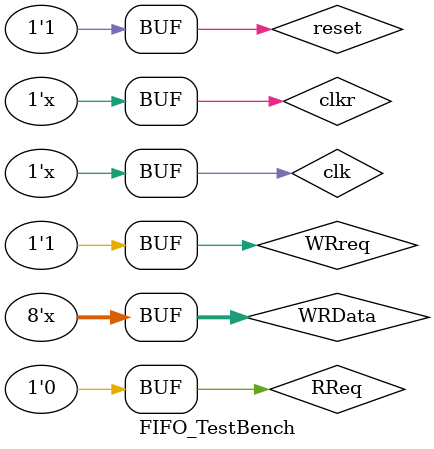
<source format=v>
module FIFO_TestBench();
   reg [7:0] RData;
   reg 		WRreq,RReq,clk,clkr,reset;
   reg [7:0] 	WRData;
   reg [7:0] 	Aw,Ar;
  
   
   
   FIFO fifo (.WRreq(WRreq),.WRData(WRData),.FULL(FULL),.RReq(RReq),.RData(RData),.EMP(EMP),.clk(clk),.clkr(clkr),.reset(reset));
   
   initial
     begin
	reset=1;
	clk=1;
	clkr=1;
	WRreq=1;
	RReq=0;
	#5 reset=0;
	#15 reset=1;
	WRData=2;
     end // initial begin

   always #5 begin
      
      clk=~clk;
      clkr=~clkr;

      
   end

   always #20 begin
      WRData=WRData+2;
   end
 

 initial begin
   
   repeat(15)
   #10  WRreq=~WRreq;

    repeat (15)
      #10 RReq=~RReq;

    repeat (7000)
      #10 WRreq=~WRreq;

    end
   
endmodule // FIFO_TestBench


</source>
